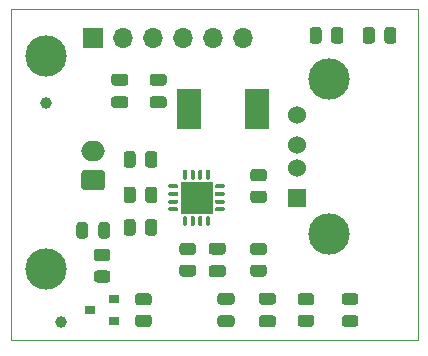
<source format=gbr>
%TF.GenerationSoftware,KiCad,Pcbnew,5.1.10-88a1d61d58~88~ubuntu18.04.1*%
%TF.CreationDate,2021-10-12T23:30:59-03:00*%
%TF.ProjectId,ConversorDCDC,436f6e76-6572-4736-9f72-444344432e6b,1.0*%
%TF.SameCoordinates,Original*%
%TF.FileFunction,Soldermask,Top*%
%TF.FilePolarity,Negative*%
%FSLAX46Y46*%
G04 Gerber Fmt 4.6, Leading zero omitted, Abs format (unit mm)*
G04 Created by KiCad (PCBNEW 5.1.10-88a1d61d58~88~ubuntu18.04.1) date 2021-10-12 23:30:59*
%MOMM*%
%LPD*%
G01*
G04 APERTURE LIST*
%TA.AperFunction,Profile*%
%ADD10C,0.050000*%
%TD*%
%ADD11C,2.600000*%
%ADD12C,3.500000*%
%ADD13R,2.000000X3.400000*%
%ADD14R,0.900000X0.800000*%
%ADD15R,2.700000X2.700000*%
%ADD16O,2.000000X1.700000*%
%ADD17R,1.700000X1.700000*%
%ADD18O,1.700000X1.700000*%
%ADD19C,1.000000*%
%ADD20R,1.524000X1.524000*%
%ADD21C,1.524000*%
G04 APERTURE END LIST*
D10*
X80000000Y-126500000D02*
X80000000Y-98500000D01*
X114500000Y-126500000D02*
X80000000Y-126500000D01*
X114500000Y-98500000D02*
X114500000Y-126500000D01*
X80000000Y-98500000D02*
X114500000Y-98500000D01*
%TO.C,LED1*%
G36*
G01*
X87450000Y-117706250D02*
X87450000Y-116793750D01*
G75*
G02*
X87693750Y-116550000I243750J0D01*
G01*
X88181250Y-116550000D01*
G75*
G02*
X88425000Y-116793750I0J-243750D01*
G01*
X88425000Y-117706250D01*
G75*
G02*
X88181250Y-117950000I-243750J0D01*
G01*
X87693750Y-117950000D01*
G75*
G02*
X87450000Y-117706250I0J243750D01*
G01*
G37*
G36*
G01*
X85575000Y-117706250D02*
X85575000Y-116793750D01*
G75*
G02*
X85818750Y-116550000I243750J0D01*
G01*
X86306250Y-116550000D01*
G75*
G02*
X86550000Y-116793750I0J-243750D01*
G01*
X86550000Y-117706250D01*
G75*
G02*
X86306250Y-117950000I-243750J0D01*
G01*
X85818750Y-117950000D01*
G75*
G02*
X85575000Y-117706250I0J243750D01*
G01*
G37*
%TD*%
%TO.C,R2*%
G36*
G01*
X91400000Y-114700001D02*
X91400000Y-113799999D01*
G75*
G02*
X91649999Y-113550000I249999J0D01*
G01*
X92175001Y-113550000D01*
G75*
G02*
X92425000Y-113799999I0J-249999D01*
G01*
X92425000Y-114700001D01*
G75*
G02*
X92175001Y-114950000I-249999J0D01*
G01*
X91649999Y-114950000D01*
G75*
G02*
X91400000Y-114700001I0J249999D01*
G01*
G37*
G36*
G01*
X89575000Y-114700001D02*
X89575000Y-113799999D01*
G75*
G02*
X89824999Y-113550000I249999J0D01*
G01*
X90350001Y-113550000D01*
G75*
G02*
X90600000Y-113799999I0J-249999D01*
G01*
X90600000Y-114700001D01*
G75*
G02*
X90350001Y-114950000I-249999J0D01*
G01*
X89824999Y-114950000D01*
G75*
G02*
X89575000Y-114700001I0J249999D01*
G01*
G37*
%TD*%
D11*
%TO.C,H1*%
X83000000Y-102500000D03*
D12*
X83000000Y-102500000D03*
%TD*%
%TO.C,R5*%
G36*
G01*
X105450001Y-125425000D02*
X104549999Y-125425000D01*
G75*
G02*
X104300000Y-125175001I0J249999D01*
G01*
X104300000Y-124649999D01*
G75*
G02*
X104549999Y-124400000I249999J0D01*
G01*
X105450001Y-124400000D01*
G75*
G02*
X105700000Y-124649999I0J-249999D01*
G01*
X105700000Y-125175001D01*
G75*
G02*
X105450001Y-125425000I-249999J0D01*
G01*
G37*
G36*
G01*
X105450001Y-123600000D02*
X104549999Y-123600000D01*
G75*
G02*
X104300000Y-123350001I0J249999D01*
G01*
X104300000Y-122824999D01*
G75*
G02*
X104549999Y-122575000I249999J0D01*
G01*
X105450001Y-122575000D01*
G75*
G02*
X105700000Y-122824999I0J-249999D01*
G01*
X105700000Y-123350001D01*
G75*
G02*
X105450001Y-123600000I-249999J0D01*
G01*
G37*
%TD*%
%TO.C,R9*%
G36*
G01*
X101450001Y-119350000D02*
X100549999Y-119350000D01*
G75*
G02*
X100300000Y-119100001I0J249999D01*
G01*
X100300000Y-118574999D01*
G75*
G02*
X100549999Y-118325000I249999J0D01*
G01*
X101450001Y-118325000D01*
G75*
G02*
X101700000Y-118574999I0J-249999D01*
G01*
X101700000Y-119100001D01*
G75*
G02*
X101450001Y-119350000I-249999J0D01*
G01*
G37*
G36*
G01*
X101450001Y-121175000D02*
X100549999Y-121175000D01*
G75*
G02*
X100300000Y-120925001I0J249999D01*
G01*
X100300000Y-120399999D01*
G75*
G02*
X100549999Y-120150000I249999J0D01*
G01*
X101450001Y-120150000D01*
G75*
G02*
X101700000Y-120399999I0J-249999D01*
G01*
X101700000Y-120925001D01*
G75*
G02*
X101450001Y-121175000I-249999J0D01*
G01*
G37*
%TD*%
%TO.C,R13*%
G36*
G01*
X91400000Y-117450001D02*
X91400000Y-116549999D01*
G75*
G02*
X91649999Y-116300000I249999J0D01*
G01*
X92175001Y-116300000D01*
G75*
G02*
X92425000Y-116549999I0J-249999D01*
G01*
X92425000Y-117450001D01*
G75*
G02*
X92175001Y-117700000I-249999J0D01*
G01*
X91649999Y-117700000D01*
G75*
G02*
X91400000Y-117450001I0J249999D01*
G01*
G37*
G36*
G01*
X89575000Y-117450001D02*
X89575000Y-116549999D01*
G75*
G02*
X89824999Y-116300000I249999J0D01*
G01*
X90350001Y-116300000D01*
G75*
G02*
X90600000Y-116549999I0J-249999D01*
G01*
X90600000Y-117450001D01*
G75*
G02*
X90350001Y-117700000I-249999J0D01*
G01*
X89824999Y-117700000D01*
G75*
G02*
X89575000Y-117450001I0J249999D01*
G01*
G37*
%TD*%
D13*
%TO.C,L1*%
X95150000Y-107000000D03*
X100850000Y-107000000D03*
%TD*%
%TO.C,R4*%
G36*
G01*
X94549999Y-118325000D02*
X95450001Y-118325000D01*
G75*
G02*
X95700000Y-118574999I0J-249999D01*
G01*
X95700000Y-119100001D01*
G75*
G02*
X95450001Y-119350000I-249999J0D01*
G01*
X94549999Y-119350000D01*
G75*
G02*
X94300000Y-119100001I0J249999D01*
G01*
X94300000Y-118574999D01*
G75*
G02*
X94549999Y-118325000I249999J0D01*
G01*
G37*
G36*
G01*
X94549999Y-120150000D02*
X95450001Y-120150000D01*
G75*
G02*
X95700000Y-120399999I0J-249999D01*
G01*
X95700000Y-120925001D01*
G75*
G02*
X95450001Y-121175000I-249999J0D01*
G01*
X94549999Y-121175000D01*
G75*
G02*
X94300000Y-120925001I0J249999D01*
G01*
X94300000Y-120399999D01*
G75*
G02*
X94549999Y-120150000I249999J0D01*
G01*
G37*
%TD*%
%TO.C,C3*%
G36*
G01*
X97775000Y-122550000D02*
X98725000Y-122550000D01*
G75*
G02*
X98975000Y-122800000I0J-250000D01*
G01*
X98975000Y-123300000D01*
G75*
G02*
X98725000Y-123550000I-250000J0D01*
G01*
X97775000Y-123550000D01*
G75*
G02*
X97525000Y-123300000I0J250000D01*
G01*
X97525000Y-122800000D01*
G75*
G02*
X97775000Y-122550000I250000J0D01*
G01*
G37*
G36*
G01*
X97775000Y-124450000D02*
X98725000Y-124450000D01*
G75*
G02*
X98975000Y-124700000I0J-250000D01*
G01*
X98975000Y-125200000D01*
G75*
G02*
X98725000Y-125450000I-250000J0D01*
G01*
X97775000Y-125450000D01*
G75*
G02*
X97525000Y-125200000I0J250000D01*
G01*
X97525000Y-124700000D01*
G75*
G02*
X97775000Y-124450000I250000J0D01*
G01*
G37*
%TD*%
%TO.C,R3*%
G36*
G01*
X91700001Y-123600000D02*
X90799999Y-123600000D01*
G75*
G02*
X90550000Y-123350001I0J249999D01*
G01*
X90550000Y-122824999D01*
G75*
G02*
X90799999Y-122575000I249999J0D01*
G01*
X91700001Y-122575000D01*
G75*
G02*
X91950000Y-122824999I0J-249999D01*
G01*
X91950000Y-123350001D01*
G75*
G02*
X91700001Y-123600000I-249999J0D01*
G01*
G37*
G36*
G01*
X91700001Y-125425000D02*
X90799999Y-125425000D01*
G75*
G02*
X90550000Y-125175001I0J249999D01*
G01*
X90550000Y-124649999D01*
G75*
G02*
X90799999Y-124400000I249999J0D01*
G01*
X91700001Y-124400000D01*
G75*
G02*
X91950000Y-124649999I0J-249999D01*
G01*
X91950000Y-125175001D01*
G75*
G02*
X91700001Y-125425000I-249999J0D01*
G01*
G37*
%TD*%
D14*
%TO.C,T1*%
X88750000Y-124950000D03*
X88750000Y-123050000D03*
X86750000Y-124000000D03*
%TD*%
%TO.C,U1*%
G36*
G01*
X98125000Y-115387500D02*
X98125000Y-115562500D01*
G75*
G02*
X98037500Y-115650000I-87500J0D01*
G01*
X97387500Y-115650000D01*
G75*
G02*
X97300000Y-115562500I0J87500D01*
G01*
X97300000Y-115387500D01*
G75*
G02*
X97387500Y-115300000I87500J0D01*
G01*
X98037500Y-115300000D01*
G75*
G02*
X98125000Y-115387500I0J-87500D01*
G01*
G37*
G36*
G01*
X98125000Y-114737500D02*
X98125000Y-114912500D01*
G75*
G02*
X98037500Y-115000000I-87500J0D01*
G01*
X97387500Y-115000000D01*
G75*
G02*
X97300000Y-114912500I0J87500D01*
G01*
X97300000Y-114737500D01*
G75*
G02*
X97387500Y-114650000I87500J0D01*
G01*
X98037500Y-114650000D01*
G75*
G02*
X98125000Y-114737500I0J-87500D01*
G01*
G37*
G36*
G01*
X98125000Y-114087500D02*
X98125000Y-114262500D01*
G75*
G02*
X98037500Y-114350000I-87500J0D01*
G01*
X97387500Y-114350000D01*
G75*
G02*
X97300000Y-114262500I0J87500D01*
G01*
X97300000Y-114087500D01*
G75*
G02*
X97387500Y-114000000I87500J0D01*
G01*
X98037500Y-114000000D01*
G75*
G02*
X98125000Y-114087500I0J-87500D01*
G01*
G37*
G36*
G01*
X98125000Y-113437500D02*
X98125000Y-113612500D01*
G75*
G02*
X98037500Y-113700000I-87500J0D01*
G01*
X97387500Y-113700000D01*
G75*
G02*
X97300000Y-113612500I0J87500D01*
G01*
X97300000Y-113437500D01*
G75*
G02*
X97387500Y-113350000I87500J0D01*
G01*
X98037500Y-113350000D01*
G75*
G02*
X98125000Y-113437500I0J-87500D01*
G01*
G37*
G36*
G01*
X96900000Y-112212500D02*
X96900000Y-112862500D01*
G75*
G02*
X96812500Y-112950000I-87500J0D01*
G01*
X96637500Y-112950000D01*
G75*
G02*
X96550000Y-112862500I0J87500D01*
G01*
X96550000Y-112212500D01*
G75*
G02*
X96637500Y-112125000I87500J0D01*
G01*
X96812500Y-112125000D01*
G75*
G02*
X96900000Y-112212500I0J-87500D01*
G01*
G37*
G36*
G01*
X96250000Y-112212500D02*
X96250000Y-112862500D01*
G75*
G02*
X96162500Y-112950000I-87500J0D01*
G01*
X95987500Y-112950000D01*
G75*
G02*
X95900000Y-112862500I0J87500D01*
G01*
X95900000Y-112212500D01*
G75*
G02*
X95987500Y-112125000I87500J0D01*
G01*
X96162500Y-112125000D01*
G75*
G02*
X96250000Y-112212500I0J-87500D01*
G01*
G37*
G36*
G01*
X95600000Y-112212500D02*
X95600000Y-112862500D01*
G75*
G02*
X95512500Y-112950000I-87500J0D01*
G01*
X95337500Y-112950000D01*
G75*
G02*
X95250000Y-112862500I0J87500D01*
G01*
X95250000Y-112212500D01*
G75*
G02*
X95337500Y-112125000I87500J0D01*
G01*
X95512500Y-112125000D01*
G75*
G02*
X95600000Y-112212500I0J-87500D01*
G01*
G37*
G36*
G01*
X94950000Y-112212500D02*
X94950000Y-112862500D01*
G75*
G02*
X94862500Y-112950000I-87500J0D01*
G01*
X94687500Y-112950000D01*
G75*
G02*
X94600000Y-112862500I0J87500D01*
G01*
X94600000Y-112212500D01*
G75*
G02*
X94687500Y-112125000I87500J0D01*
G01*
X94862500Y-112125000D01*
G75*
G02*
X94950000Y-112212500I0J-87500D01*
G01*
G37*
G36*
G01*
X94200000Y-113437500D02*
X94200000Y-113612500D01*
G75*
G02*
X94112500Y-113700000I-87500J0D01*
G01*
X93462500Y-113700000D01*
G75*
G02*
X93375000Y-113612500I0J87500D01*
G01*
X93375000Y-113437500D01*
G75*
G02*
X93462500Y-113350000I87500J0D01*
G01*
X94112500Y-113350000D01*
G75*
G02*
X94200000Y-113437500I0J-87500D01*
G01*
G37*
G36*
G01*
X94200000Y-114087500D02*
X94200000Y-114262500D01*
G75*
G02*
X94112500Y-114350000I-87500J0D01*
G01*
X93462500Y-114350000D01*
G75*
G02*
X93375000Y-114262500I0J87500D01*
G01*
X93375000Y-114087500D01*
G75*
G02*
X93462500Y-114000000I87500J0D01*
G01*
X94112500Y-114000000D01*
G75*
G02*
X94200000Y-114087500I0J-87500D01*
G01*
G37*
G36*
G01*
X94200000Y-114737500D02*
X94200000Y-114912500D01*
G75*
G02*
X94112500Y-115000000I-87500J0D01*
G01*
X93462500Y-115000000D01*
G75*
G02*
X93375000Y-114912500I0J87500D01*
G01*
X93375000Y-114737500D01*
G75*
G02*
X93462500Y-114650000I87500J0D01*
G01*
X94112500Y-114650000D01*
G75*
G02*
X94200000Y-114737500I0J-87500D01*
G01*
G37*
G36*
G01*
X94200000Y-115387500D02*
X94200000Y-115562500D01*
G75*
G02*
X94112500Y-115650000I-87500J0D01*
G01*
X93462500Y-115650000D01*
G75*
G02*
X93375000Y-115562500I0J87500D01*
G01*
X93375000Y-115387500D01*
G75*
G02*
X93462500Y-115300000I87500J0D01*
G01*
X94112500Y-115300000D01*
G75*
G02*
X94200000Y-115387500I0J-87500D01*
G01*
G37*
G36*
G01*
X94950000Y-116137500D02*
X94950000Y-116787500D01*
G75*
G02*
X94862500Y-116875000I-87500J0D01*
G01*
X94687500Y-116875000D01*
G75*
G02*
X94600000Y-116787500I0J87500D01*
G01*
X94600000Y-116137500D01*
G75*
G02*
X94687500Y-116050000I87500J0D01*
G01*
X94862500Y-116050000D01*
G75*
G02*
X94950000Y-116137500I0J-87500D01*
G01*
G37*
G36*
G01*
X95600000Y-116137500D02*
X95600000Y-116787500D01*
G75*
G02*
X95512500Y-116875000I-87500J0D01*
G01*
X95337500Y-116875000D01*
G75*
G02*
X95250000Y-116787500I0J87500D01*
G01*
X95250000Y-116137500D01*
G75*
G02*
X95337500Y-116050000I87500J0D01*
G01*
X95512500Y-116050000D01*
G75*
G02*
X95600000Y-116137500I0J-87500D01*
G01*
G37*
G36*
G01*
X96250000Y-116137500D02*
X96250000Y-116787500D01*
G75*
G02*
X96162500Y-116875000I-87500J0D01*
G01*
X95987500Y-116875000D01*
G75*
G02*
X95900000Y-116787500I0J87500D01*
G01*
X95900000Y-116137500D01*
G75*
G02*
X95987500Y-116050000I87500J0D01*
G01*
X96162500Y-116050000D01*
G75*
G02*
X96250000Y-116137500I0J-87500D01*
G01*
G37*
G36*
G01*
X96900000Y-116137500D02*
X96900000Y-116787500D01*
G75*
G02*
X96812500Y-116875000I-87500J0D01*
G01*
X96637500Y-116875000D01*
G75*
G02*
X96550000Y-116787500I0J87500D01*
G01*
X96550000Y-116137500D01*
G75*
G02*
X96637500Y-116050000I87500J0D01*
G01*
X96812500Y-116050000D01*
G75*
G02*
X96900000Y-116137500I0J-87500D01*
G01*
G37*
D15*
X95750000Y-114500000D03*
%TD*%
%TO.C,X2*%
G36*
G01*
X87750000Y-113850000D02*
X86250000Y-113850000D01*
G75*
G02*
X86000000Y-113600000I0J250000D01*
G01*
X86000000Y-112400000D01*
G75*
G02*
X86250000Y-112150000I250000J0D01*
G01*
X87750000Y-112150000D01*
G75*
G02*
X88000000Y-112400000I0J-250000D01*
G01*
X88000000Y-113600000D01*
G75*
G02*
X87750000Y-113850000I-250000J0D01*
G01*
G37*
D16*
X87000000Y-110500000D03*
%TD*%
D12*
%TO.C,H2*%
X83000000Y-120500000D03*
D11*
X83000000Y-120500000D03*
%TD*%
D17*
%TO.C,JP1*%
X87000000Y-101000000D03*
D18*
X89540000Y-101000000D03*
X92080000Y-101000000D03*
X94620000Y-101000000D03*
X97160000Y-101000000D03*
X99700000Y-101000000D03*
%TD*%
%TO.C,R10*%
G36*
G01*
X109825000Y-101200001D02*
X109825000Y-100299999D01*
G75*
G02*
X110074999Y-100050000I249999J0D01*
G01*
X110600001Y-100050000D01*
G75*
G02*
X110850000Y-100299999I0J-249999D01*
G01*
X110850000Y-101200001D01*
G75*
G02*
X110600001Y-101450000I-249999J0D01*
G01*
X110074999Y-101450000D01*
G75*
G02*
X109825000Y-101200001I0J249999D01*
G01*
G37*
G36*
G01*
X111650000Y-101200001D02*
X111650000Y-100299999D01*
G75*
G02*
X111899999Y-100050000I249999J0D01*
G01*
X112425001Y-100050000D01*
G75*
G02*
X112675000Y-100299999I0J-249999D01*
G01*
X112675000Y-101200001D01*
G75*
G02*
X112425001Y-101450000I-249999J0D01*
G01*
X111899999Y-101450000D01*
G75*
G02*
X111650000Y-101200001I0J249999D01*
G01*
G37*
%TD*%
%TO.C,R1*%
G36*
G01*
X89575000Y-111700001D02*
X89575000Y-110799999D01*
G75*
G02*
X89824999Y-110550000I249999J0D01*
G01*
X90350001Y-110550000D01*
G75*
G02*
X90600000Y-110799999I0J-249999D01*
G01*
X90600000Y-111700001D01*
G75*
G02*
X90350001Y-111950000I-249999J0D01*
G01*
X89824999Y-111950000D01*
G75*
G02*
X89575000Y-111700001I0J249999D01*
G01*
G37*
G36*
G01*
X91400000Y-111700001D02*
X91400000Y-110799999D01*
G75*
G02*
X91649999Y-110550000I249999J0D01*
G01*
X92175001Y-110550000D01*
G75*
G02*
X92425000Y-110799999I0J-249999D01*
G01*
X92425000Y-111700001D01*
G75*
G02*
X92175001Y-111950000I-249999J0D01*
G01*
X91649999Y-111950000D01*
G75*
G02*
X91400000Y-111700001I0J249999D01*
G01*
G37*
%TD*%
%TO.C,R12*%
G36*
G01*
X101450001Y-114925000D02*
X100549999Y-114925000D01*
G75*
G02*
X100300000Y-114675001I0J249999D01*
G01*
X100300000Y-114149999D01*
G75*
G02*
X100549999Y-113900000I249999J0D01*
G01*
X101450001Y-113900000D01*
G75*
G02*
X101700000Y-114149999I0J-249999D01*
G01*
X101700000Y-114675001D01*
G75*
G02*
X101450001Y-114925000I-249999J0D01*
G01*
G37*
G36*
G01*
X101450001Y-113100000D02*
X100549999Y-113100000D01*
G75*
G02*
X100300000Y-112850001I0J249999D01*
G01*
X100300000Y-112324999D01*
G75*
G02*
X100549999Y-112075000I249999J0D01*
G01*
X101450001Y-112075000D01*
G75*
G02*
X101700000Y-112324999I0J-249999D01*
G01*
X101700000Y-112850001D01*
G75*
G02*
X101450001Y-113100000I-249999J0D01*
G01*
G37*
%TD*%
%TO.C,C4*%
G36*
G01*
X92975000Y-105000000D02*
X92025000Y-105000000D01*
G75*
G02*
X91775000Y-104750000I0J250000D01*
G01*
X91775000Y-104250000D01*
G75*
G02*
X92025000Y-104000000I250000J0D01*
G01*
X92975000Y-104000000D01*
G75*
G02*
X93225000Y-104250000I0J-250000D01*
G01*
X93225000Y-104750000D01*
G75*
G02*
X92975000Y-105000000I-250000J0D01*
G01*
G37*
G36*
G01*
X92975000Y-106900000D02*
X92025000Y-106900000D01*
G75*
G02*
X91775000Y-106650000I0J250000D01*
G01*
X91775000Y-106150000D01*
G75*
G02*
X92025000Y-105900000I250000J0D01*
G01*
X92975000Y-105900000D01*
G75*
G02*
X93225000Y-106150000I0J-250000D01*
G01*
X93225000Y-106650000D01*
G75*
G02*
X92975000Y-106900000I-250000J0D01*
G01*
G37*
%TD*%
%TO.C,C6*%
G36*
G01*
X101275000Y-122550000D02*
X102225000Y-122550000D01*
G75*
G02*
X102475000Y-122800000I0J-250000D01*
G01*
X102475000Y-123300000D01*
G75*
G02*
X102225000Y-123550000I-250000J0D01*
G01*
X101275000Y-123550000D01*
G75*
G02*
X101025000Y-123300000I0J250000D01*
G01*
X101025000Y-122800000D01*
G75*
G02*
X101275000Y-122550000I250000J0D01*
G01*
G37*
G36*
G01*
X101275000Y-124450000D02*
X102225000Y-124450000D01*
G75*
G02*
X102475000Y-124700000I0J-250000D01*
G01*
X102475000Y-125200000D01*
G75*
G02*
X102225000Y-125450000I-250000J0D01*
G01*
X101275000Y-125450000D01*
G75*
G02*
X101025000Y-125200000I0J250000D01*
G01*
X101025000Y-124700000D01*
G75*
G02*
X101275000Y-124450000I250000J0D01*
G01*
G37*
%TD*%
%TO.C,R20*%
G36*
G01*
X88200001Y-121675000D02*
X87299999Y-121675000D01*
G75*
G02*
X87050000Y-121425001I0J249999D01*
G01*
X87050000Y-120899999D01*
G75*
G02*
X87299999Y-120650000I249999J0D01*
G01*
X88200001Y-120650000D01*
G75*
G02*
X88450000Y-120899999I0J-249999D01*
G01*
X88450000Y-121425001D01*
G75*
G02*
X88200001Y-121675000I-249999J0D01*
G01*
G37*
G36*
G01*
X88200001Y-119850000D02*
X87299999Y-119850000D01*
G75*
G02*
X87050000Y-119600001I0J249999D01*
G01*
X87050000Y-119074999D01*
G75*
G02*
X87299999Y-118825000I249999J0D01*
G01*
X88200001Y-118825000D01*
G75*
G02*
X88450000Y-119074999I0J-249999D01*
G01*
X88450000Y-119600001D01*
G75*
G02*
X88200001Y-119850000I-249999J0D01*
G01*
G37*
%TD*%
D19*
%TO.C,FID1*%
X83000000Y-106500000D03*
%TD*%
%TO.C,R11*%
G36*
G01*
X107150000Y-101200001D02*
X107150000Y-100299999D01*
G75*
G02*
X107399999Y-100050000I249999J0D01*
G01*
X107925001Y-100050000D01*
G75*
G02*
X108175000Y-100299999I0J-249999D01*
G01*
X108175000Y-101200001D01*
G75*
G02*
X107925001Y-101450000I-249999J0D01*
G01*
X107399999Y-101450000D01*
G75*
G02*
X107150000Y-101200001I0J249999D01*
G01*
G37*
G36*
G01*
X105325000Y-101200001D02*
X105325000Y-100299999D01*
G75*
G02*
X105574999Y-100050000I249999J0D01*
G01*
X106100001Y-100050000D01*
G75*
G02*
X106350000Y-100299999I0J-249999D01*
G01*
X106350000Y-101200001D01*
G75*
G02*
X106100001Y-101450000I-249999J0D01*
G01*
X105574999Y-101450000D01*
G75*
G02*
X105325000Y-101200001I0J249999D01*
G01*
G37*
%TD*%
%TO.C,LED2*%
G36*
G01*
X108293750Y-122575000D02*
X109206250Y-122575000D01*
G75*
G02*
X109450000Y-122818750I0J-243750D01*
G01*
X109450000Y-123306250D01*
G75*
G02*
X109206250Y-123550000I-243750J0D01*
G01*
X108293750Y-123550000D01*
G75*
G02*
X108050000Y-123306250I0J243750D01*
G01*
X108050000Y-122818750D01*
G75*
G02*
X108293750Y-122575000I243750J0D01*
G01*
G37*
G36*
G01*
X108293750Y-124450000D02*
X109206250Y-124450000D01*
G75*
G02*
X109450000Y-124693750I0J-243750D01*
G01*
X109450000Y-125181250D01*
G75*
G02*
X109206250Y-125425000I-243750J0D01*
G01*
X108293750Y-125425000D01*
G75*
G02*
X108050000Y-125181250I0J243750D01*
G01*
X108050000Y-124693750D01*
G75*
G02*
X108293750Y-124450000I243750J0D01*
G01*
G37*
%TD*%
%TO.C,FID2*%
X84250000Y-125000000D03*
%TD*%
%TO.C,C1*%
G36*
G01*
X89725000Y-106900000D02*
X88775000Y-106900000D01*
G75*
G02*
X88525000Y-106650000I0J250000D01*
G01*
X88525000Y-106150000D01*
G75*
G02*
X88775000Y-105900000I250000J0D01*
G01*
X89725000Y-105900000D01*
G75*
G02*
X89975000Y-106150000I0J-250000D01*
G01*
X89975000Y-106650000D01*
G75*
G02*
X89725000Y-106900000I-250000J0D01*
G01*
G37*
G36*
G01*
X89725000Y-105000000D02*
X88775000Y-105000000D01*
G75*
G02*
X88525000Y-104750000I0J250000D01*
G01*
X88525000Y-104250000D01*
G75*
G02*
X88775000Y-104000000I250000J0D01*
G01*
X89725000Y-104000000D01*
G75*
G02*
X89975000Y-104250000I0J-250000D01*
G01*
X89975000Y-104750000D01*
G75*
G02*
X89725000Y-105000000I-250000J0D01*
G01*
G37*
%TD*%
%TO.C,C2*%
G36*
G01*
X97025000Y-120200000D02*
X97975000Y-120200000D01*
G75*
G02*
X98225000Y-120450000I0J-250000D01*
G01*
X98225000Y-120950000D01*
G75*
G02*
X97975000Y-121200000I-250000J0D01*
G01*
X97025000Y-121200000D01*
G75*
G02*
X96775000Y-120950000I0J250000D01*
G01*
X96775000Y-120450000D01*
G75*
G02*
X97025000Y-120200000I250000J0D01*
G01*
G37*
G36*
G01*
X97025000Y-118300000D02*
X97975000Y-118300000D01*
G75*
G02*
X98225000Y-118550000I0J-250000D01*
G01*
X98225000Y-119050000D01*
G75*
G02*
X97975000Y-119300000I-250000J0D01*
G01*
X97025000Y-119300000D01*
G75*
G02*
X96775000Y-119050000I0J250000D01*
G01*
X96775000Y-118550000D01*
G75*
G02*
X97025000Y-118300000I250000J0D01*
G01*
G37*
%TD*%
D12*
%TO.C,CN1*%
X106960000Y-104430000D03*
X106960000Y-117570000D03*
D20*
X104250000Y-114500000D03*
D21*
X104250000Y-112000000D03*
X104250000Y-110000000D03*
X104250000Y-107500000D03*
%TD*%
M02*

</source>
